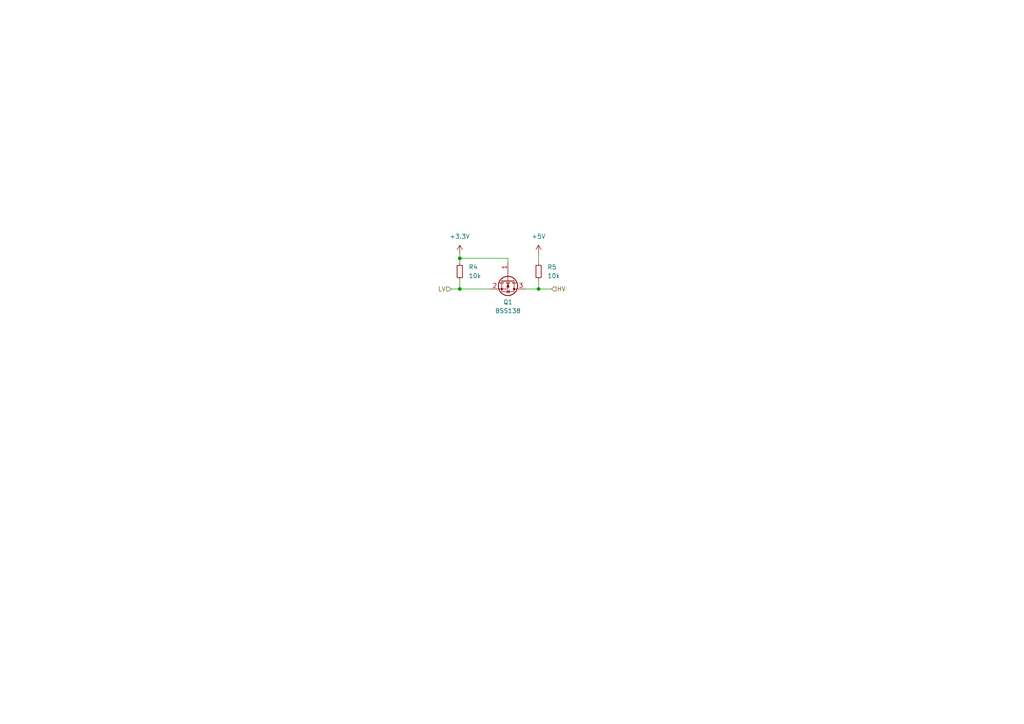
<source format=kicad_sch>
(kicad_sch (version 20230121) (generator eeschema)
  (paper "A4")
  (lib_symbols
    (symbol "BSS138_1" (pin_names hide)
      (property "Reference" "Q" (at 5.08 1.905 0))
      (property "Value" "BSS138" (at 5.08 0 0))
      (symbol "BSS138_1_0_1"
        (polyline (pts (xy 0.254 0) (xy -2.54 0)))
        (polyline (pts (xy 0.254 1.905) (xy 0.254 -1.905)) (stroke (width 0.254)))
        (polyline (pts (xy 0.762 -1.27) (xy 0.762 -2.286)) (stroke (width 0.254)))
        (polyline (pts (xy 0.762 0.508) (xy 0.762 -0.508)) (stroke (width 0.254)))
        (polyline (pts (xy 0.762 2.286) (xy 0.762 1.27)) (stroke (width 0.254)))
        (polyline (pts (xy 2.54 2.54) (xy 2.54 1.778)))
        (polyline (pts (xy 2.54 -2.54) (xy 2.54 0) (xy 0.762 0)))
        (polyline (pts (xy 0.762 -1.778) (xy 3.302 -1.778) (xy 3.302 1.778) (xy 0.762 1.778)))
        (polyline (pts (xy 1.016 0) (xy 2.032 0.381) (xy 2.032 -0.381) (xy 1.016 0)) (fill (type outline)))
        (polyline (pts (xy 2.794 0.508) (xy 2.921 0.381) (xy 3.683 0.381) (xy 3.81 0.254)))
        (polyline (pts (xy 3.302 0.381) (xy 2.921 -0.254) (xy 3.683 -0.254) (xy 3.302 0.381)))
        (circle (center 1.651 0) (radius 2.794) (stroke (width 0.254)))
        (circle (center 2.54 -1.778) (radius 0.254) (fill (type outline)))
        (circle (center 2.54 1.778) (radius 0.254) (fill (type outline)))
      )
      (symbol "BSS138_1_1_1"
        (pin input line (at -5.08 0 0) (length 2.54) (name "G") (number "1"))
        (pin passive line (at 2.54 -5.08 90) (length 2.54) (name "S") (number "2"))
        (pin passive line (at 2.54 5.08 270) (length 2.54) (name "D") (number "3"))
      )
    )
    (symbol "Device:R_Small" (pin_numbers hide) (pin_names (offset 0.254) hide)
      (property "Reference" "R" (at 0.762 0.508 0))
      (property "Value" "R_Small" (at 0.762 -1.016 0))
      (symbol "R_Small_0_1"
        (rectangle (start -0.762 1.778) (end 0.762 -1.778) (stroke (width 0.2032)))
      )
      (symbol "R_Small_1_1"
        (pin passive line (at 0 2.54 270) (length 0.762) (name "~") (number "1"))
        (pin passive line (at 0 -2.54 90) (length 0.762) (name "~") (number "2"))
      )
    )
    (symbol "power:+3.3V" (power) (pin_names (offset 0))
      (property "Value" "+3.3V" (at 0 3.556 0))
      (symbol "+3.3V_0_1"
        (polyline (pts (xy -0.762 1.27) (xy 0 2.54)))
        (polyline (pts (xy 0 0) (xy 0 2.54)))
        (polyline (pts (xy 0 2.54) (xy 0.762 1.27)))
      )
      (symbol "+3.3V_1_1"
        (pin power_in line (at 0 0 90) (length 0) hide (name "+3.3V") (number "1"))
      )
    )
    (symbol "power:+5V" (power) (pin_names (offset 0))
      (property "Value" "+5V" (at 0 3.556 0))
      (symbol "+5V_0_1"
        (polyline (pts (xy -0.762 1.27) (xy 0 2.54)))
        (polyline (pts (xy 0 0) (xy 0 2.54)))
        (polyline (pts (xy 0 2.54) (xy 0.762 1.27)))
      )
      (symbol "+5V_1_1"
        (pin power_in line (at 0 0 90) (length 0) hide (name "+5V") (number "1"))
      )
    )
  )
  (junction (at 133.35 74.93))
  (junction (at 156.21 83.82))
  (junction (at 133.35 83.82))
  (wire (pts (xy 156.21 73.66) (xy 156.21 76.2)))
  (wire (pts (xy 152.4 83.82) (xy 156.21 83.82)))
  (wire (pts (xy 133.35 83.82) (xy 133.35 81.28)))
  (wire (pts (xy 133.35 83.82) (xy 142.24 83.82)))
  (wire (pts (xy 133.35 73.66) (xy 133.35 74.93)))
  (wire (pts (xy 147.32 74.93) (xy 147.32 76.2)))
  (wire (pts (xy 133.35 74.93) (xy 133.35 76.2)))
  (wire (pts (xy 156.21 83.82) (xy 160.02 83.82)))
  (wire (pts (xy 147.32 74.93) (xy 133.35 74.93)))
  (wire (pts (xy 156.21 83.82) (xy 156.21 81.28)))
  (wire (pts (xy 130.81 83.82) (xy 133.35 83.82)))
  (hierarchical_label "HV" (shape input) (at 160.02 83.82 0))
  (hierarchical_label "LV" (shape input) (at 130.81 83.82 180))
  (symbol (lib_id "power:+5V") (at 156.21 73.66 0) (unit 1)
    (property "Reference" "#PWR030" (effects hide))
    (property "Value" "+5V" (at 156.21 68.58 0))
    (instances (project "MasterAlimCAN" (path "" (reference "#PWR030") (unit 1)) (path "" (reference "#PWR032") (unit 1))))
  )
  (symbol (lib_id "Device:R_Small") (at 156.21 78.74 0) (unit 1)
    (property "Reference" "R5" (at 158.75 77.47 0) (effects (justify left)))
    (property "Value" "10k" (at 158.75 80.01 0) (effects (justify left)))
    (property "Footprint" "Resistor_SMD:R_0805_2012Metric_Pad1.20x1.40mm_HandSolder" (effects hide))
    (property "LCSC Part" "C17414" (effects hide))
    (instances (project "MasterAlimCAN" (path "" (reference "R5") (unit 1)) (path "" (reference "R7") (unit 1))))
  )
  (symbol (lib_name "BSS138_1") (lib_id "Transistor_FET:BSS138") (at 147.32 81.28 270) (unit 1)
    (property "Reference" "Q1" (at 147.32 87.63 90))
    (property "Value" "BSS138" (at 147.32 90.17 90))
    (property "Footprint" "Package_TO_SOT_SMD:SOT-23" (effects hide))
    (property "Datasheet" "https://www.onsemi.com/pub/Collateral/BSS138-D.PDF" (effects hide))
    (property "LCSC Part" "C426569" (effects hide))
    (instances (project "MasterAlimCAN" (path "" (reference "Q1") (unit 1)) (path "" (reference "Q2") (unit 1))))
  )
  (symbol (lib_id "Device:R_Small") (at 133.35 78.74 0) (unit 1)
    (property "Reference" "R4" (at 135.89 77.47 0) (effects (justify left)))
    (property "Value" "10k" (at 135.89 80.01 0) (effects (justify left)))
    (property "Footprint" "Resistor_SMD:R_0805_2012Metric_Pad1.20x1.40mm_HandSolder" (effects hide))
    (property "LCSC Part" "C17414" (effects hide))
    (instances (project "MasterAlimCAN" (path "" (reference "R4") (unit 1)) (path "" (reference "R6") (unit 1))))
  )
  (symbol (lib_id "power:+3.3V") (at 133.35 73.66 0) (unit 1)
    (property "Reference" "#PWR029" (effects hide))
    (property "Value" "+3.3V" (at 133.35 68.58 0))
    (instances (project "MasterAlimCAN" (path "" (reference "#PWR029") (unit 1)) (path "" (reference "#PWR031") (unit 1))))
  )
)
</source>
